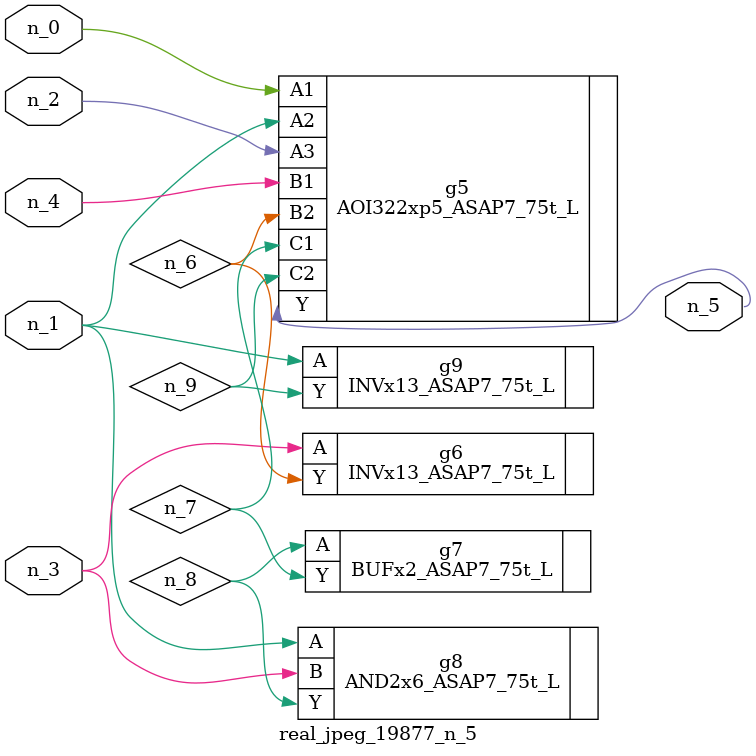
<source format=v>
module real_jpeg_19877_n_5 (n_4, n_0, n_1, n_2, n_3, n_5);

input n_4;
input n_0;
input n_1;
input n_2;
input n_3;

output n_5;

wire n_8;
wire n_6;
wire n_7;
wire n_9;

AOI322xp5_ASAP7_75t_L g5 ( 
.A1(n_0),
.A2(n_1),
.A3(n_2),
.B1(n_4),
.B2(n_6),
.C1(n_7),
.C2(n_9),
.Y(n_5)
);

AND2x6_ASAP7_75t_L g8 ( 
.A(n_1),
.B(n_3),
.Y(n_8)
);

INVx13_ASAP7_75t_L g9 ( 
.A(n_1),
.Y(n_9)
);

INVx13_ASAP7_75t_L g6 ( 
.A(n_3),
.Y(n_6)
);

BUFx2_ASAP7_75t_L g7 ( 
.A(n_8),
.Y(n_7)
);


endmodule
</source>
